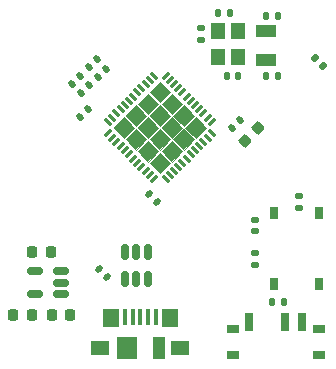
<source format=gtp>
%TF.GenerationSoftware,KiCad,Pcbnew,(6.0.0-0)*%
%TF.CreationDate,2022-04-20T00:31:44+02:00*%
%TF.ProjectId,STM32G4_PCB,53544d33-3247-4345-9f50-43422e6b6963,rev?*%
%TF.SameCoordinates,Original*%
%TF.FileFunction,Paste,Top*%
%TF.FilePolarity,Positive*%
%FSLAX46Y46*%
G04 Gerber Fmt 4.6, Leading zero omitted, Abs format (unit mm)*
G04 Created by KiCad (PCBNEW (6.0.0-0)) date 2022-04-20 00:31:44*
%MOMM*%
%LPD*%
G01*
G04 APERTURE LIST*
G04 Aperture macros list*
%AMRoundRect*
0 Rectangle with rounded corners*
0 $1 Rounding radius*
0 $2 $3 $4 $5 $6 $7 $8 $9 X,Y pos of 4 corners*
0 Add a 4 corners polygon primitive as box body*
4,1,4,$2,$3,$4,$5,$6,$7,$8,$9,$2,$3,0*
0 Add four circle primitives for the rounded corners*
1,1,$1+$1,$2,$3*
1,1,$1+$1,$4,$5*
1,1,$1+$1,$6,$7*
1,1,$1+$1,$8,$9*
0 Add four rect primitives between the rounded corners*
20,1,$1+$1,$2,$3,$4,$5,0*
20,1,$1+$1,$4,$5,$6,$7,0*
20,1,$1+$1,$6,$7,$8,$9,0*
20,1,$1+$1,$8,$9,$2,$3,0*%
%AMRotRect*
0 Rectangle, with rotation*
0 The origin of the aperture is its center*
0 $1 length*
0 $2 width*
0 $3 Rotation angle, in degrees counterclockwise*
0 Add horizontal line*
21,1,$1,$2,0,0,$3*%
G04 Aperture macros list end*
%ADD10C,0.100000*%
%ADD11R,0.750000X1.000000*%
%ADD12RoundRect,0.140000X0.219203X0.021213X0.021213X0.219203X-0.219203X-0.021213X-0.021213X-0.219203X0*%
%ADD13RoundRect,0.135000X-0.185000X0.135000X-0.185000X-0.135000X0.185000X-0.135000X0.185000X0.135000X0*%
%ADD14RoundRect,0.135000X0.185000X-0.135000X0.185000X0.135000X-0.185000X0.135000X-0.185000X-0.135000X0*%
%ADD15RoundRect,0.135000X-0.135000X-0.185000X0.135000X-0.185000X0.135000X0.185000X-0.135000X0.185000X0*%
%ADD16RoundRect,0.135000X-0.226274X-0.035355X-0.035355X-0.226274X0.226274X0.035355X0.035355X0.226274X0*%
%ADD17RoundRect,0.140000X0.021213X-0.219203X0.219203X-0.021213X-0.021213X0.219203X-0.219203X0.021213X0*%
%ADD18RoundRect,0.140000X-0.140000X-0.170000X0.140000X-0.170000X0.140000X0.170000X-0.140000X0.170000X0*%
%ADD19R,0.450000X1.380000*%
%ADD20R,1.425000X1.550000*%
%ADD21R,1.650000X1.300000*%
%ADD22R,1.800000X1.900000*%
%ADD23R,1.000000X1.900000*%
%ADD24RoundRect,0.140000X-0.021213X0.219203X-0.219203X0.021213X0.021213X-0.219203X0.219203X-0.021213X0*%
%ADD25RoundRect,0.140000X0.140000X0.170000X-0.140000X0.170000X-0.140000X-0.170000X0.140000X-0.170000X0*%
%ADD26RoundRect,0.225000X0.225000X0.250000X-0.225000X0.250000X-0.225000X-0.250000X0.225000X-0.250000X0*%
%ADD27RotRect,0.304800X0.812800X315.000000*%
%ADD28RotRect,0.304800X0.812800X225.000000*%
%ADD29RoundRect,0.140000X0.170000X-0.140000X0.170000X0.140000X-0.170000X0.140000X-0.170000X-0.140000X0*%
%ADD30RoundRect,0.225000X-0.225000X-0.250000X0.225000X-0.250000X0.225000X0.250000X-0.225000X0.250000X0*%
%ADD31R,1.200000X1.400000*%
%ADD32R,1.800000X1.000000*%
%ADD33R,0.700000X1.500000*%
%ADD34R,1.000000X0.800000*%
%ADD35RoundRect,0.225000X0.017678X-0.335876X0.335876X-0.017678X-0.017678X0.335876X-0.335876X0.017678X0*%
%ADD36RoundRect,0.140000X-0.219203X-0.021213X-0.021213X-0.219203X0.219203X0.021213X0.021213X0.219203X0*%
%ADD37RoundRect,0.150000X0.512500X0.150000X-0.512500X0.150000X-0.512500X-0.150000X0.512500X-0.150000X0*%
%ADD38RoundRect,0.150000X0.150000X-0.512500X0.150000X0.512500X-0.150000X0.512500X-0.150000X-0.512500X0*%
G04 APERTURE END LIST*
D10*
X81612790Y-125052211D02*
X80748423Y-124187844D01*
X80748423Y-124187844D02*
X79884055Y-125052211D01*
X79884055Y-125052211D02*
X80748423Y-125916579D01*
X80748423Y-125916579D02*
X81612790Y-125052211D01*
G36*
X81612790Y-125052211D02*
G01*
X80748423Y-125916579D01*
X79884055Y-125052211D01*
X80748423Y-124187844D01*
X81612790Y-125052211D01*
G37*
X81612790Y-125052211D02*
X80748423Y-125916579D01*
X79884055Y-125052211D01*
X80748423Y-124187844D01*
X81612790Y-125052211D01*
X80607001Y-126058000D02*
X79742634Y-125193633D01*
X79742634Y-125193633D02*
X78878267Y-126058000D01*
X78878267Y-126058000D02*
X79742634Y-126922367D01*
X79742634Y-126922367D02*
X80607001Y-126058000D01*
G36*
X80607001Y-126058000D02*
G01*
X79742634Y-126922367D01*
X78878267Y-126058000D01*
X79742634Y-125193633D01*
X80607001Y-126058000D01*
G37*
X80607001Y-126058000D02*
X79742634Y-126922367D01*
X78878267Y-126058000D01*
X79742634Y-125193633D01*
X80607001Y-126058000D01*
X84630156Y-126058000D02*
X83765789Y-125193633D01*
X83765789Y-125193633D02*
X82901421Y-126058000D01*
X82901421Y-126058000D02*
X83765789Y-126922367D01*
X83765789Y-126922367D02*
X84630156Y-126058000D01*
G36*
X84630156Y-126058000D02*
G01*
X83765789Y-126922367D01*
X82901421Y-126058000D01*
X83765789Y-125193633D01*
X84630156Y-126058000D01*
G37*
X84630156Y-126058000D02*
X83765789Y-126922367D01*
X82901421Y-126058000D01*
X83765789Y-125193633D01*
X84630156Y-126058000D01*
X83624367Y-123040634D02*
X82760000Y-122176267D01*
X82760000Y-122176267D02*
X81895633Y-123040634D01*
X81895633Y-123040634D02*
X82760000Y-123905001D01*
X82760000Y-123905001D02*
X83624367Y-123040634D01*
G36*
X83624367Y-123040634D02*
G01*
X82760000Y-123905001D01*
X81895633Y-123040634D01*
X82760000Y-122176267D01*
X83624367Y-123040634D01*
G37*
X83624367Y-123040634D02*
X82760000Y-123905001D01*
X81895633Y-123040634D01*
X82760000Y-122176267D01*
X83624367Y-123040634D01*
X81612790Y-127063789D02*
X80748423Y-126199421D01*
X80748423Y-126199421D02*
X79884055Y-127063789D01*
X79884055Y-127063789D02*
X80748423Y-127928156D01*
X80748423Y-127928156D02*
X81612790Y-127063789D01*
G36*
X81612790Y-127063789D02*
G01*
X80748423Y-127928156D01*
X79884055Y-127063789D01*
X80748423Y-126199421D01*
X81612790Y-127063789D01*
G37*
X81612790Y-127063789D02*
X80748423Y-127928156D01*
X79884055Y-127063789D01*
X80748423Y-126199421D01*
X81612790Y-127063789D01*
X84630156Y-128069577D02*
X83765789Y-127205210D01*
X83765789Y-127205210D02*
X82901421Y-128069577D01*
X82901421Y-128069577D02*
X83765789Y-128933945D01*
X83765789Y-128933945D02*
X84630156Y-128069577D01*
G36*
X84630156Y-128069577D02*
G01*
X83765789Y-128933945D01*
X82901421Y-128069577D01*
X83765789Y-127205210D01*
X84630156Y-128069577D01*
G37*
X84630156Y-128069577D02*
X83765789Y-128933945D01*
X82901421Y-128069577D01*
X83765789Y-127205210D01*
X84630156Y-128069577D01*
X83624367Y-127063789D02*
X82760000Y-126199421D01*
X82760000Y-126199421D02*
X81895633Y-127063789D01*
X81895633Y-127063789D02*
X82760000Y-127928156D01*
X82760000Y-127928156D02*
X83624367Y-127063789D01*
G36*
X83624367Y-127063789D02*
G01*
X82760000Y-127928156D01*
X81895633Y-127063789D01*
X82760000Y-126199421D01*
X83624367Y-127063789D01*
G37*
X83624367Y-127063789D02*
X82760000Y-127928156D01*
X81895633Y-127063789D01*
X82760000Y-126199421D01*
X83624367Y-127063789D01*
X85635945Y-127063789D02*
X84771577Y-126199421D01*
X84771577Y-126199421D02*
X83907210Y-127063789D01*
X83907210Y-127063789D02*
X84771577Y-127928156D01*
X84771577Y-127928156D02*
X85635945Y-127063789D01*
G36*
X85635945Y-127063789D02*
G01*
X84771577Y-127928156D01*
X83907210Y-127063789D01*
X84771577Y-126199421D01*
X85635945Y-127063789D01*
G37*
X85635945Y-127063789D02*
X84771577Y-127928156D01*
X83907210Y-127063789D01*
X84771577Y-126199421D01*
X85635945Y-127063789D01*
X86641733Y-126058000D02*
X85777366Y-125193633D01*
X85777366Y-125193633D02*
X84912999Y-126058000D01*
X84912999Y-126058000D02*
X85777366Y-126922367D01*
X85777366Y-126922367D02*
X86641733Y-126058000D01*
G36*
X86641733Y-126058000D02*
G01*
X85777366Y-126922367D01*
X84912999Y-126058000D01*
X85777366Y-125193633D01*
X86641733Y-126058000D01*
G37*
X86641733Y-126058000D02*
X85777366Y-126922367D01*
X84912999Y-126058000D01*
X85777366Y-125193633D01*
X86641733Y-126058000D01*
X83624367Y-125052211D02*
X82760000Y-124187844D01*
X82760000Y-124187844D02*
X81895633Y-125052211D01*
X81895633Y-125052211D02*
X82760000Y-125916579D01*
X82760000Y-125916579D02*
X83624367Y-125052211D01*
G36*
X83624367Y-125052211D02*
G01*
X82760000Y-125916579D01*
X81895633Y-125052211D01*
X82760000Y-124187844D01*
X83624367Y-125052211D01*
G37*
X83624367Y-125052211D02*
X82760000Y-125916579D01*
X81895633Y-125052211D01*
X82760000Y-124187844D01*
X83624367Y-125052211D01*
X82618579Y-128069577D02*
X81754211Y-127205210D01*
X81754211Y-127205210D02*
X80889844Y-128069577D01*
X80889844Y-128069577D02*
X81754211Y-128933945D01*
X81754211Y-128933945D02*
X82618579Y-128069577D01*
G36*
X82618579Y-128069577D02*
G01*
X81754211Y-128933945D01*
X80889844Y-128069577D01*
X81754211Y-127205210D01*
X82618579Y-128069577D01*
G37*
X82618579Y-128069577D02*
X81754211Y-128933945D01*
X80889844Y-128069577D01*
X81754211Y-127205210D01*
X82618579Y-128069577D01*
X83624367Y-129075366D02*
X82760000Y-128210999D01*
X82760000Y-128210999D02*
X81895633Y-129075366D01*
X81895633Y-129075366D02*
X82760000Y-129939733D01*
X82760000Y-129939733D02*
X83624367Y-129075366D01*
G36*
X83624367Y-129075366D02*
G01*
X82760000Y-129939733D01*
X81895633Y-129075366D01*
X82760000Y-128210999D01*
X83624367Y-129075366D01*
G37*
X83624367Y-129075366D02*
X82760000Y-129939733D01*
X81895633Y-129075366D01*
X82760000Y-128210999D01*
X83624367Y-129075366D01*
X82618579Y-126058000D02*
X81754211Y-125193633D01*
X81754211Y-125193633D02*
X80889844Y-126058000D01*
X80889844Y-126058000D02*
X81754211Y-126922367D01*
X81754211Y-126922367D02*
X82618579Y-126058000D01*
G36*
X82618579Y-126058000D02*
G01*
X81754211Y-126922367D01*
X80889844Y-126058000D01*
X81754211Y-125193633D01*
X82618579Y-126058000D01*
G37*
X82618579Y-126058000D02*
X81754211Y-126922367D01*
X80889844Y-126058000D01*
X81754211Y-125193633D01*
X82618579Y-126058000D01*
X82618579Y-124046423D02*
X81754211Y-123182055D01*
X81754211Y-123182055D02*
X80889844Y-124046423D01*
X80889844Y-124046423D02*
X81754211Y-124910790D01*
X81754211Y-124910790D02*
X82618579Y-124046423D01*
G36*
X82618579Y-124046423D02*
G01*
X81754211Y-124910790D01*
X80889844Y-124046423D01*
X81754211Y-123182055D01*
X82618579Y-124046423D01*
G37*
X82618579Y-124046423D02*
X81754211Y-124910790D01*
X80889844Y-124046423D01*
X81754211Y-123182055D01*
X82618579Y-124046423D01*
X84630156Y-124046423D02*
X83765789Y-123182055D01*
X83765789Y-123182055D02*
X82901421Y-124046423D01*
X82901421Y-124046423D02*
X83765789Y-124910790D01*
X83765789Y-124910790D02*
X84630156Y-124046423D01*
G36*
X84630156Y-124046423D02*
G01*
X83765789Y-124910790D01*
X82901421Y-124046423D01*
X83765789Y-123182055D01*
X84630156Y-124046423D01*
G37*
X84630156Y-124046423D02*
X83765789Y-124910790D01*
X82901421Y-124046423D01*
X83765789Y-123182055D01*
X84630156Y-124046423D01*
X85635945Y-125052211D02*
X84771577Y-124187844D01*
X84771577Y-124187844D02*
X83907210Y-125052211D01*
X83907210Y-125052211D02*
X84771577Y-125916579D01*
X84771577Y-125916579D02*
X85635945Y-125052211D01*
G36*
X85635945Y-125052211D02*
G01*
X84771577Y-125916579D01*
X83907210Y-125052211D01*
X84771577Y-124187844D01*
X85635945Y-125052211D01*
G37*
X85635945Y-125052211D02*
X84771577Y-125916579D01*
X83907210Y-125052211D01*
X84771577Y-124187844D01*
X85635945Y-125052211D01*
D11*
X92452000Y-139320500D03*
X92452000Y-133320500D03*
X96202000Y-139320500D03*
X96202000Y-133320500D03*
D12*
X77572589Y-138026589D03*
X78251411Y-138705411D03*
D13*
X90845000Y-137732000D03*
X90845000Y-136712000D03*
D14*
X94547000Y-131845000D03*
X94547000Y-132865000D03*
D15*
X93276000Y-140843000D03*
X92256000Y-140843000D03*
D16*
X95889376Y-120139376D03*
X96610624Y-120860624D03*
D13*
X86282142Y-118679968D03*
X86282142Y-117659968D03*
D17*
X78205526Y-121060876D03*
X77526704Y-121739698D03*
D18*
X91767999Y-116593000D03*
X92727999Y-116593000D03*
D17*
X77413567Y-120268916D03*
X76734745Y-120947738D03*
X88886178Y-126134822D03*
X89565000Y-125456000D03*
D19*
X79794000Y-142082000D03*
X80444000Y-142082000D03*
X81094000Y-142082000D03*
X81744000Y-142082000D03*
X82394000Y-142082000D03*
D20*
X78606500Y-142167000D03*
X83581500Y-142167000D03*
D21*
X77719000Y-144742000D03*
D22*
X79944000Y-144742000D03*
D23*
X82644000Y-144742000D03*
D21*
X84469000Y-144742000D03*
D24*
X76659083Y-124464181D03*
X75980261Y-125143003D03*
D25*
X89399142Y-121655967D03*
X88439142Y-121655967D03*
D26*
X71901500Y-141936000D03*
X70351500Y-141936000D03*
D24*
X76792020Y-122441856D03*
X76113198Y-123120678D03*
D18*
X91774000Y-121690999D03*
X92734000Y-121690999D03*
D26*
X75151500Y-141961000D03*
X73601500Y-141961000D03*
D18*
X88659142Y-116315967D03*
X87699142Y-116315967D03*
D27*
X87147173Y-125559914D03*
X86793621Y-125206361D03*
X86440066Y-124852806D03*
X86086513Y-124499254D03*
X85732960Y-124145701D03*
X85379406Y-123792147D03*
X85025853Y-123438594D03*
X84672299Y-123085040D03*
X84318746Y-122731487D03*
X83965194Y-122377934D03*
X83611639Y-122024379D03*
X83258086Y-121670827D03*
D28*
X82261914Y-121670827D03*
X81908361Y-122024379D03*
X81554806Y-122377934D03*
X81201254Y-122731487D03*
X80847701Y-123085040D03*
X80494147Y-123438594D03*
X80140594Y-123792147D03*
X79787040Y-124145701D03*
X79433487Y-124499254D03*
X79079934Y-124852806D03*
X78726379Y-125206361D03*
X78372827Y-125559914D03*
D27*
X78372827Y-126556086D03*
X78726379Y-126909639D03*
X79079934Y-127263194D03*
X79433487Y-127616746D03*
X79787040Y-127970299D03*
X80140594Y-128323853D03*
X80494147Y-128677406D03*
X80847701Y-129030960D03*
X81201254Y-129384513D03*
X81554806Y-129738066D03*
X81908361Y-130091621D03*
X82261914Y-130445173D03*
D28*
X83258086Y-130445173D03*
X83611639Y-130091621D03*
X83965194Y-129738066D03*
X84318746Y-129384513D03*
X84672299Y-129030960D03*
X85025853Y-128677406D03*
X85379406Y-128323853D03*
X85732960Y-127970299D03*
X86086513Y-127616746D03*
X86440066Y-127263194D03*
X86793621Y-126909639D03*
X87147173Y-126556086D03*
D24*
X76000060Y-121649896D03*
X75321238Y-122328718D03*
D29*
X90845000Y-134807000D03*
X90845000Y-133847000D03*
D30*
X71968500Y-136569000D03*
X73518500Y-136569000D03*
D31*
X87699141Y-120085967D03*
X87699141Y-117885967D03*
X89399141Y-117885967D03*
X89399141Y-120085967D03*
D32*
X91768000Y-120363000D03*
X91768000Y-117863000D03*
D33*
X94833000Y-142494000D03*
X93333000Y-142494000D03*
X90333000Y-142494000D03*
D34*
X88933000Y-145354000D03*
X96233000Y-145354000D03*
X88933000Y-143144000D03*
X96233000Y-143144000D03*
D35*
X89946838Y-127195483D03*
X91042854Y-126099467D03*
D36*
X81834412Y-131717589D03*
X82513234Y-132396411D03*
D37*
X74426500Y-140142000D03*
X74426500Y-139192000D03*
X74426500Y-138242000D03*
X72151500Y-138242000D03*
X72151500Y-140142000D03*
D38*
X79822000Y-136632100D03*
X80772000Y-136632100D03*
X81722000Y-136632100D03*
X81722000Y-138907100D03*
X80772000Y-138907100D03*
X79822000Y-138907100D03*
M02*

</source>
